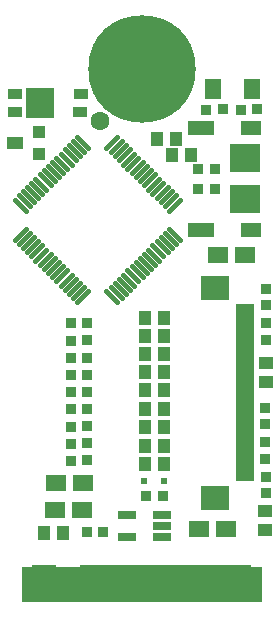
<source format=gbr>
%TF.GenerationSoftware,Altium Limited,Altium Designer,19.0.4 (130)*%
G04 Layer_Color=16711935*
%FSLAX26Y26*%
%MOIN*%
%TF.FileFunction,Soldermask,Bot*%
%TF.Part,Single*%
G01*
G75*
%TA.AperFunction,SMDPad,CuDef*%
%ADD60R,0.068000X0.058000*%
%ADD61R,0.039496X0.045992*%
%ADD62R,0.045992X0.039496*%
%ADD63R,0.038000X0.038000*%
%ADD64R,0.063118X0.029654*%
%ADD65R,0.019811X0.023748*%
%ADD66R,0.058000X0.044000*%
%ADD67R,0.044000X0.044000*%
%ADD68C,0.063118*%
%ADD69R,0.038000X0.038000*%
%ADD70R,0.055244X0.067055*%
%ADD71R,0.102488X0.094614*%
%ADD72R,0.045402X0.037528*%
%ADD73R,0.094614X0.102488*%
G04:AMPARAMS|DCode=74|XSize=17.843mil|YSize=69.024mil|CornerRadius=0mil|HoleSize=0mil|Usage=FLASHONLY|Rotation=225.000|XOffset=0mil|YOffset=0mil|HoleType=Round|Shape=Round|*
%AMOVALD74*
21,1,0.051181,0.017843,0.000000,0.000000,315.0*
1,1,0.017843,-0.018095,0.018095*
1,1,0.017843,0.018095,-0.018095*
%
%ADD74OVALD74*%

G04:AMPARAMS|DCode=75|XSize=17.843mil|YSize=69.024mil|CornerRadius=0mil|HoleSize=0mil|Usage=FLASHONLY|Rotation=135.000|XOffset=0mil|YOffset=0mil|HoleType=Round|Shape=Round|*
%AMOVALD75*
21,1,0.051181,0.017843,0.000000,0.000000,225.0*
1,1,0.017843,0.018095,0.018095*
1,1,0.017843,-0.018095,-0.018095*
%
%ADD75OVALD75*%

%ADD76R,0.059181X0.019811*%
%ADD77R,0.094614X0.078866*%
%TA.AperFunction,ConnectorPad*%
%ADD78R,0.021386X0.098551*%
%ADD79R,0.021386X0.098551*%
%TA.AperFunction,ComponentPad*%
%ADD80C,0.358000*%
%ADD81C,0.043000*%
%ADD82R,0.071000X0.047400*%
%ADD83R,0.090700X0.047400*%
G36*
X3269842Y1011063D02*
X4069842D01*
X4069841Y1128065D01*
X3269841D01*
X3269842Y1011063D01*
D02*
G37*
D60*
X3924307Y2169000D02*
D03*
X4014307D02*
D03*
X3859999Y1254599D02*
D03*
X3949999D02*
D03*
X3381918Y1317954D02*
D03*
X3471918D02*
D03*
X3383000Y1408000D02*
D03*
X3473000D02*
D03*
D61*
X3833992Y2502000D02*
D03*
X3771000D02*
D03*
X3721000Y2557000D02*
D03*
X3783992D02*
D03*
X3344000Y1243000D02*
D03*
X3406992D02*
D03*
X3681000Y1471000D02*
D03*
X3743992D02*
D03*
X3742943Y1533494D02*
D03*
X3679951D02*
D03*
X3742935Y1718000D02*
D03*
X3679943D02*
D03*
X3743000Y1657000D02*
D03*
X3680008D02*
D03*
X3742943Y1778494D02*
D03*
X3679951D02*
D03*
X3742943Y1899494D02*
D03*
X3679951D02*
D03*
X3742943Y1959494D02*
D03*
X3679951D02*
D03*
X3742935Y1594494D02*
D03*
X3679943D02*
D03*
X3742943Y1838494D02*
D03*
X3679951D02*
D03*
D62*
X4081127Y1314803D02*
D03*
Y1251811D02*
D03*
X4084213Y1808000D02*
D03*
Y1745008D02*
D03*
D63*
X3489000Y1942000D02*
D03*
X3434000Y1941000D02*
D03*
X3740000Y1366000D02*
D03*
X3685000Y1365000D02*
D03*
X3434000Y1826000D02*
D03*
X3489000Y1827000D02*
D03*
X3434000Y1883000D02*
D03*
X3489000Y1884000D02*
D03*
Y1770000D02*
D03*
X3434000Y1769000D02*
D03*
X3542000Y1247000D02*
D03*
X3487000Y1246000D02*
D03*
X3488000Y1484000D02*
D03*
X3433000Y1483000D02*
D03*
X3489000Y1541000D02*
D03*
X3434000Y1540000D02*
D03*
X3489000Y1598000D02*
D03*
X3434000Y1597000D02*
D03*
X3489000Y1655000D02*
D03*
X3434000Y1654000D02*
D03*
X3489000Y1713000D02*
D03*
X3434000Y1712000D02*
D03*
X3941000Y2654000D02*
D03*
X3886000Y2653000D02*
D03*
X4056000Y2654000D02*
D03*
X4001000Y2653000D02*
D03*
X3859000Y2456000D02*
D03*
X3914000Y2457000D02*
D03*
X3859000Y2389000D02*
D03*
X3914000Y2390000D02*
D03*
D64*
X3620000Y1228000D02*
D03*
Y1302803D02*
D03*
X3738110Y1265402D02*
D03*
Y1302803D02*
D03*
Y1228000D02*
D03*
D65*
X3745000Y1416779D02*
D03*
X3679000D02*
D03*
D66*
X3249000Y2542000D02*
D03*
D67*
X3329000Y2505000D02*
D03*
Y2580000D02*
D03*
D68*
X3531000Y2614000D02*
D03*
D69*
X4084000Y1886000D02*
D03*
X4083000Y1941000D02*
D03*
Y2057000D02*
D03*
X4084000Y2002000D02*
D03*
X4080629Y1658787D02*
D03*
X4081629Y1603787D02*
D03*
X4083000Y1429000D02*
D03*
X4084000Y1374000D02*
D03*
X4081725Y1544000D02*
D03*
X4082725Y1489000D02*
D03*
D70*
X4037000Y2723000D02*
D03*
X3907079D02*
D03*
D71*
X4013000Y2355102D02*
D03*
Y2492898D02*
D03*
D72*
X3467000Y2706000D02*
D03*
X3466000Y2644500D02*
D03*
X3247000D02*
D03*
Y2706000D02*
D03*
D73*
X3332000Y2675000D02*
D03*
D74*
X3475302Y2542494D02*
D03*
X3461383Y2528574D02*
D03*
X3447463Y2514655D02*
D03*
X3433544Y2500735D02*
D03*
X3419625Y2486816D02*
D03*
X3405705Y2472896D02*
D03*
X3391786Y2458977D02*
D03*
X3377866Y2445058D02*
D03*
X3363947Y2431138D02*
D03*
X3350027Y2417219D02*
D03*
X3336108Y2403300D02*
D03*
X3322189Y2389380D02*
D03*
X3308269Y2375461D02*
D03*
X3294350Y2361541D02*
D03*
X3280430Y2347622D02*
D03*
X3266511Y2333702D02*
D03*
X3572716Y2027497D02*
D03*
X3586635Y2041417D02*
D03*
X3600555Y2055336D02*
D03*
X3614474Y2069256D02*
D03*
X3628394Y2083175D02*
D03*
X3642313Y2097094D02*
D03*
X3656233Y2111014D02*
D03*
X3670152Y2124933D02*
D03*
X3684071Y2138853D02*
D03*
X3697991Y2152772D02*
D03*
X3711910Y2166691D02*
D03*
X3725830Y2180611D02*
D03*
X3739749Y2194530D02*
D03*
X3753669Y2208450D02*
D03*
X3767588Y2222369D02*
D03*
X3781507Y2236289D02*
D03*
D75*
X3266511D02*
D03*
X3280430Y2222369D02*
D03*
X3294350Y2208450D02*
D03*
X3308269Y2194530D02*
D03*
X3322189Y2180611D02*
D03*
X3336108Y2166691D02*
D03*
X3350027Y2152772D02*
D03*
X3363947Y2138853D02*
D03*
X3377866Y2124933D02*
D03*
X3391786Y2111014D02*
D03*
X3405705Y2097094D02*
D03*
X3419624Y2083175D02*
D03*
X3433544Y2069256D02*
D03*
X3447463Y2055336D02*
D03*
X3461383Y2041417D02*
D03*
X3475302Y2027497D02*
D03*
X3781507Y2333702D02*
D03*
X3767588Y2347622D02*
D03*
X3753669Y2361541D02*
D03*
X3739749Y2375461D02*
D03*
X3725830Y2389380D02*
D03*
X3711910Y2403299D02*
D03*
X3697991Y2417219D02*
D03*
X3684071Y2431138D02*
D03*
X3670152Y2445058D02*
D03*
X3656233Y2458977D02*
D03*
X3642313Y2472896D02*
D03*
X3628394Y2486816D02*
D03*
X3614474Y2500735D02*
D03*
X3600555Y2514655D02*
D03*
X3586635Y2528574D02*
D03*
X3572716Y2542494D02*
D03*
D76*
X4014307Y1995039D02*
D03*
Y1975354D02*
D03*
Y1955669D02*
D03*
Y1935984D02*
D03*
Y1916299D02*
D03*
Y1896614D02*
D03*
Y1876929D02*
D03*
Y1857244D02*
D03*
Y1837559D02*
D03*
Y1817874D02*
D03*
Y1798189D02*
D03*
Y1778504D02*
D03*
Y1758819D02*
D03*
Y1739134D02*
D03*
Y1719449D02*
D03*
Y1699764D02*
D03*
Y1680079D02*
D03*
Y1660393D02*
D03*
Y1640708D02*
D03*
Y1621023D02*
D03*
Y1601338D02*
D03*
Y1542283D02*
D03*
Y1522598D02*
D03*
Y1502913D02*
D03*
Y1483228D02*
D03*
Y1463543D02*
D03*
Y1443858D02*
D03*
Y1424173D02*
D03*
Y1561968D02*
D03*
Y1581653D02*
D03*
D77*
X3916000Y2060000D02*
D03*
X3916000Y1359212D02*
D03*
D78*
X3472987Y1084995D02*
D03*
X3591105D02*
D03*
D79*
X3945441Y1085001D02*
D03*
X4024169Y1084997D02*
D03*
X4004494Y1084998D02*
D03*
X3335202Y1084996D02*
D03*
X3315508Y1084999D02*
D03*
X3374572Y1084996D02*
D03*
X3354878Y1084999D02*
D03*
X3492673Y1084988D02*
D03*
X3512358Y1084998D02*
D03*
X3571423Y1084997D02*
D03*
X3551729Y1084998D02*
D03*
X3532052Y1084997D02*
D03*
X3610793D02*
D03*
X3630477Y1085002D02*
D03*
X3925742Y1085000D02*
D03*
X3906068Y1085002D02*
D03*
X3886374Y1085003D02*
D03*
X3965115Y1085002D02*
D03*
X3984800Y1084997D02*
D03*
X3807633Y1085003D02*
D03*
X3787957Y1085002D02*
D03*
X3768264Y1085003D02*
D03*
X3847003D02*
D03*
X3866698Y1085002D02*
D03*
X3827327D02*
D03*
X3728894Y1085003D02*
D03*
X3748588Y1085002D02*
D03*
X3709218D02*
D03*
X3650153Y1085003D02*
D03*
X3689523D02*
D03*
X3669847Y1085001D02*
D03*
D80*
X3670000Y2790000D02*
D03*
D81*
X3609000Y2895655D02*
D03*
X3731000D02*
D03*
X3792000Y2790000D02*
D03*
X3731000Y2684345D02*
D03*
X3609000D02*
D03*
X3548000Y2790000D02*
D03*
D82*
X4033872Y2593071D02*
D03*
X4033872Y2252939D02*
D03*
D83*
X3869285Y2593068D02*
D03*
Y2252944D02*
D03*
%TF.MD5,64bade41d11403c05c1427d35666bde6*%
M02*

</source>
